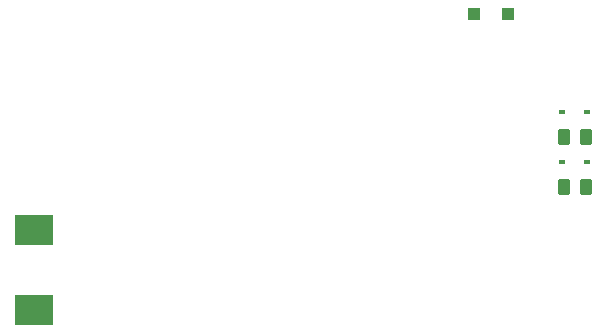
<source format=gbr>
%TF.GenerationSoftware,KiCad,Pcbnew,7.0.8*%
%TF.CreationDate,2023-11-11T22:57:12+01:00*%
%TF.ProjectId,Roborock-CPAP,526f626f-726f-4636-9b2d-435041502e6b,rev?*%
%TF.SameCoordinates,Original*%
%TF.FileFunction,Paste,Top*%
%TF.FilePolarity,Positive*%
%FSLAX46Y46*%
G04 Gerber Fmt 4.6, Leading zero omitted, Abs format (unit mm)*
G04 Created by KiCad (PCBNEW 7.0.8) date 2023-11-11 22:57:12*
%MOMM*%
%LPD*%
G01*
G04 APERTURE LIST*
G04 Aperture macros list*
%AMRoundRect*
0 Rectangle with rounded corners*
0 $1 Rounding radius*
0 $2 $3 $4 $5 $6 $7 $8 $9 X,Y pos of 4 corners*
0 Add a 4 corners polygon primitive as box body*
4,1,4,$2,$3,$4,$5,$6,$7,$8,$9,$2,$3,0*
0 Add four circle primitives for the rounded corners*
1,1,$1+$1,$2,$3*
1,1,$1+$1,$4,$5*
1,1,$1+$1,$6,$7*
1,1,$1+$1,$8,$9*
0 Add four rect primitives between the rounded corners*
20,1,$1+$1,$2,$3,$4,$5,0*
20,1,$1+$1,$4,$5,$6,$7,0*
20,1,$1+$1,$6,$7,$8,$9,0*
20,1,$1+$1,$8,$9,$2,$3,0*%
G04 Aperture macros list end*
%ADD10R,0.600000X0.450000*%
%ADD11RoundRect,0.250000X0.262500X0.450000X-0.262500X0.450000X-0.262500X-0.450000X0.262500X-0.450000X0*%
%ADD12R,1.100000X1.100000*%
%ADD13R,3.300000X2.500000*%
G04 APERTURE END LIST*
D10*
%TO.C,ZD2*%
X174950000Y-81700000D03*
X177050000Y-81700000D03*
%TD*%
D11*
%TO.C,R2*%
X176912500Y-88000000D03*
X175087500Y-88000000D03*
%TD*%
D12*
%TO.C,SBD2*%
X170300000Y-73350000D03*
X167500000Y-73350000D03*
%TD*%
D13*
%TO.C,SBD1*%
X130200000Y-98450000D03*
X130200000Y-91650000D03*
%TD*%
D10*
%TO.C,ZD1*%
X177050000Y-85900000D03*
X174950000Y-85900000D03*
%TD*%
D11*
%TO.C,R1*%
X176912500Y-83800000D03*
X175087500Y-83800000D03*
%TD*%
M02*

</source>
